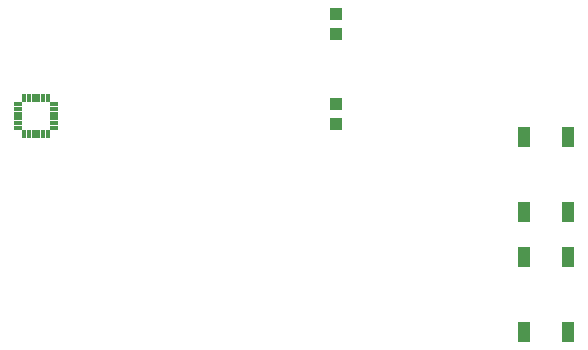
<source format=gtp>
G04 #@! TF.GenerationSoftware,KiCad,Pcbnew,(6.0.4)*
G04 #@! TF.CreationDate,2022-05-08T20:33:45-07:00*
G04 #@! TF.ProjectId,PCB_Design,5043425f-4465-4736-9967-6e2e6b696361,rev?*
G04 #@! TF.SameCoordinates,Original*
G04 #@! TF.FileFunction,Paste,Top*
G04 #@! TF.FilePolarity,Positive*
%FSLAX46Y46*%
G04 Gerber Fmt 4.6, Leading zero omitted, Abs format (unit mm)*
G04 Created by KiCad (PCBNEW (6.0.4)) date 2022-05-08 20:33:45*
%MOMM*%
%LPD*%
G01*
G04 APERTURE LIST*
G04 Aperture macros list*
%AMRoundRect*
0 Rectangle with rounded corners*
0 $1 Rounding radius*
0 $2 $3 $4 $5 $6 $7 $8 $9 X,Y pos of 4 corners*
0 Add a 4 corners polygon primitive as box body*
4,1,4,$2,$3,$4,$5,$6,$7,$8,$9,$2,$3,0*
0 Add four circle primitives for the rounded corners*
1,1,$1+$1,$2,$3*
1,1,$1+$1,$4,$5*
1,1,$1+$1,$6,$7*
1,1,$1+$1,$8,$9*
0 Add four rect primitives between the rounded corners*
20,1,$1+$1,$2,$3,$4,$5,0*
20,1,$1+$1,$4,$5,$6,$7,0*
20,1,$1+$1,$6,$7,$8,$9,0*
20,1,$1+$1,$8,$9,$2,$3,0*%
G04 Aperture macros list end*
%ADD10R,1.000000X1.700000*%
%ADD11R,1.000000X1.100000*%
%ADD12RoundRect,0.006600X-0.313400X-0.103400X0.313400X-0.103400X0.313400X0.103400X-0.313400X0.103400X0*%
%ADD13RoundRect,0.006600X0.103400X-0.313400X0.103400X0.313400X-0.103400X0.313400X-0.103400X-0.313400X0*%
%ADD14RoundRect,0.006600X0.313400X0.103400X-0.313400X0.103400X-0.313400X-0.103400X0.313400X-0.103400X0*%
%ADD15RoundRect,0.006600X-0.103400X0.313400X-0.103400X-0.313400X0.103400X-0.313400X0.103400X0.313400X0*%
G04 APERTURE END LIST*
D10*
X167518000Y-111735000D03*
X167518000Y-105435000D03*
X171318000Y-111735000D03*
X171318000Y-105435000D03*
D11*
X151638000Y-94195000D03*
X151638000Y-92495000D03*
X151638000Y-86575000D03*
X151638000Y-84875000D03*
D12*
X124693000Y-92490000D03*
X124693000Y-92890000D03*
X124693000Y-93290000D03*
X124693000Y-93690000D03*
X124693000Y-94090000D03*
X124693000Y-94490000D03*
D13*
X125238000Y-95035000D03*
X125638000Y-95035000D03*
X126038000Y-95035000D03*
X126438000Y-95035000D03*
X126838000Y-95035000D03*
X127238000Y-95035000D03*
D14*
X127783000Y-94490000D03*
X127783000Y-94090000D03*
X127783000Y-93690000D03*
X127783000Y-93290000D03*
X127783000Y-92890000D03*
X127783000Y-92490000D03*
D15*
X127238000Y-91945000D03*
X126838000Y-91945000D03*
X126438000Y-91945000D03*
X126038000Y-91945000D03*
X125638000Y-91945000D03*
X125238000Y-91945000D03*
D10*
X167518000Y-101575000D03*
X167518000Y-95275000D03*
X171318000Y-101575000D03*
X171318000Y-95275000D03*
M02*

</source>
